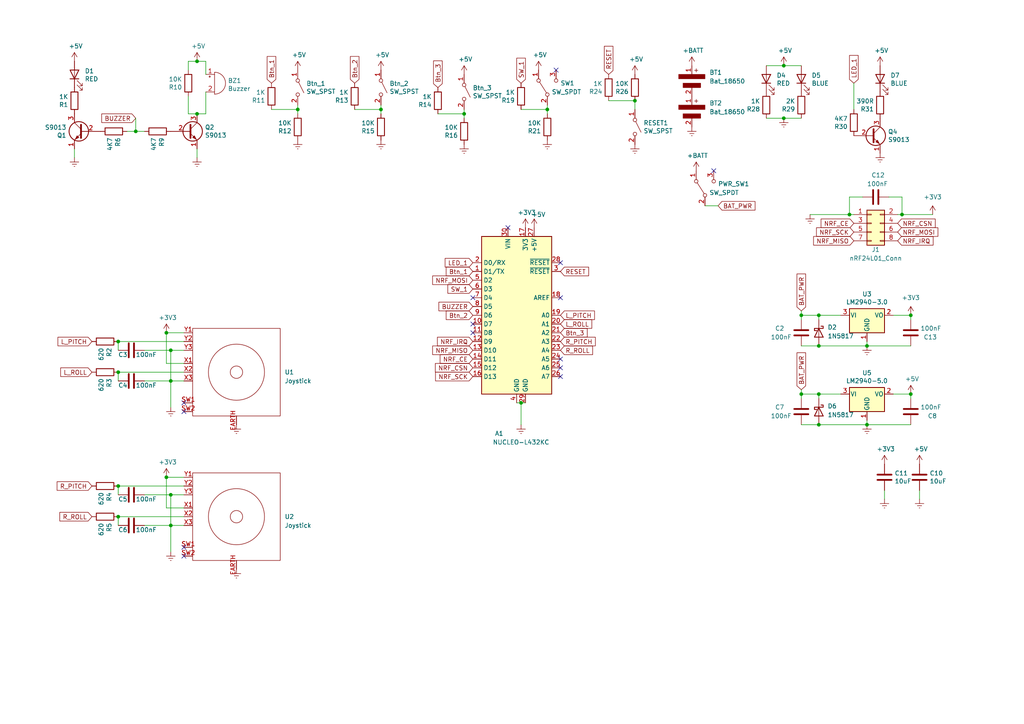
<source format=kicad_sch>
(kicad_sch (version 20211123) (generator eeschema)
  (paper "A4")
  (title_block (title "Project ORCA Controller") (date "2022-02-25") (rev "1.4") (company "Luke W"))
  (lib_symbols
    (symbol "Connector_Generic:Conn_02x04_Odd_Even" (pin_names (offset 1.016) hide)
      (property "Reference" "J" (at 1.27 5.08 0))
      (property "Value" "Conn_02x04_Odd_Even" (at 1.27 -7.62 0))
      (symbol "Conn_02x04_Odd_Even_1_1"
        (rectangle (start -1.27 -4.953) (end 0 -5.207) (stroke (width 0.1524)))
        (rectangle (start -1.27 -2.413) (end 0 -2.667) (stroke (width 0.1524)))
        (rectangle (start -1.27 0.127) (end 0 -0.127) (stroke (width 0.1524)))
        (rectangle (start -1.27 2.667) (end 0 2.413) (stroke (width 0.1524)))
        (rectangle (start -1.27 3.81) (end 3.81 -6.35) (stroke (width 0.254)) (fill (type background)))
        (rectangle (start 3.81 -4.953) (end 2.54 -5.207) (stroke (width 0.1524)))
        (rectangle (start 3.81 -2.413) (end 2.54 -2.667) (stroke (width 0.1524)))
        (rectangle (start 3.81 0.127) (end 2.54 -0.127) (stroke (width 0.1524)))
        (rectangle (start 3.81 2.667) (end 2.54 2.413) (stroke (width 0.1524)))
        (pin passive line (at -5.08 2.54 0) (length 3.81) (name "Pin_1") (number "1"))
        (pin passive line (at 7.62 2.54 180) (length 3.81) (name "Pin_2") (number "2"))
        (pin passive line (at -5.08 0 0) (length 3.81) (name "Pin_3") (number "3"))
        (pin passive line (at 7.62 0 180) (length 3.81) (name "Pin_4") (number "4"))
        (pin passive line (at -5.08 -2.54 0) (length 3.81) (name "Pin_5") (number "5"))
        (pin passive line (at 7.62 -2.54 180) (length 3.81) (name "Pin_6") (number "6"))
        (pin passive line (at -5.08 -5.08 0) (length 3.81) (name "Pin_7") (number "7"))
        (pin passive line (at 7.62 -5.08 180) (length 3.81) (name "Pin_8") (number "8"))
      )
    )
    (symbol "Device:Buzzer" (pin_names (offset 0.0254) hide)
      (property "Reference" "BZ" (at 3.81 1.27 0))
      (property "Value" "Buzzer" (at 3.81 -1.27 0))
      (symbol "Buzzer_0_1"
        (arc (start 0 -3.175) (mid 3.175 0) (end 0 3.175))
        (polyline (pts (xy -1.651 1.905) (xy -1.143 1.905)))
        (polyline (pts (xy -1.397 2.159) (xy -1.397 1.651)))
        (polyline (pts (xy 0 3.175) (xy 0 -3.175)))
      )
      (symbol "Buzzer_1_1"
        (pin passive line (at -2.54 2.54 0) (length 2.54) (name "-") (number "1"))
        (pin passive line (at -2.54 -2.54 0) (length 2.54) (name "+") (number "2"))
      )
    )
    (symbol "Device:C" (pin_numbers hide) (pin_names (offset 0.254))
      (property "Reference" "C" (at 0.635 2.54 0))
      (property "Value" "C" (at 0.635 -2.54 0))
      (symbol "C_0_1"
        (polyline (pts (xy -2.032 -0.762) (xy 2.032 -0.762)) (stroke (width 0.508)))
        (polyline (pts (xy -2.032 0.762) (xy 2.032 0.762)) (stroke (width 0.508)))
      )
      (symbol "C_1_1"
        (pin passive line (at 0 3.81 270) (length 2.794) (name "~") (number "1"))
        (pin passive line (at 0 -3.81 90) (length 2.794) (name "~") (number "2"))
      )
    )
    (symbol "Device:LED" (pin_numbers hide) (pin_names (offset 1.016) hide)
      (property "Reference" "D" (at 0 2.54 0))
      (property "Value" "LED" (at 0 -2.54 0))
      (symbol "LED_0_1"
        (polyline (pts (xy -1.27 -1.27) (xy -1.27 1.27)) (stroke (width 0.254)))
        (polyline (pts (xy -1.27 0) (xy 1.27 0)))
        (polyline (pts (xy 1.27 -1.27) (xy 1.27 1.27) (xy -1.27 0) (xy 1.27 -1.27)) (stroke (width 0.254)))
        (polyline (pts (xy -3.048 -0.762) (xy -4.572 -2.286) (xy -3.81 -2.286) (xy -4.572 -2.286) (xy -4.572 -1.524)))
        (polyline (pts (xy -1.778 -0.762) (xy -3.302 -2.286) (xy -2.54 -2.286) (xy -3.302 -2.286) (xy -3.302 -1.524)))
      )
      (symbol "LED_1_1"
        (pin passive line (at -3.81 0 0) (length 2.54) (name "K") (number "1"))
        (pin passive line (at 3.81 0 180) (length 2.54) (name "A") (number "2"))
      )
    )
    (symbol "Device:R" (pin_numbers hide) (pin_names (offset 0))
      (property "Reference" "R" (at 2.032 0 90))
      (property "Value" "R" (at 0 0 90))
      (symbol "R_0_1"
        (rectangle (start -1.016 -2.54) (end 1.016 2.54) (stroke (width 0.254)))
      )
      (symbol "R_1_1"
        (pin passive line (at 0 3.81 270) (length 1.27) (name "~") (number "1"))
        (pin passive line (at 0 -3.81 90) (length 1.27) (name "~") (number "2"))
      )
    )
    (symbol "Diode:1N5817" (pin_numbers hide) (pin_names (offset 1.016) hide)
      (property "Reference" "D" (at 0 2.54 0))
      (property "Value" "1N5817" (at 0 -2.54 0))
      (symbol "1N5817_0_1"
        (polyline (pts (xy 1.27 0) (xy -1.27 0)))
        (polyline (pts (xy 1.27 1.27) (xy 1.27 -1.27) (xy -1.27 0) (xy 1.27 1.27)) (stroke (width 0.254)))
        (polyline (pts (xy -1.905 0.635) (xy -1.905 1.27) (xy -1.27 1.27) (xy -1.27 -1.27) (xy -0.635 -1.27) (xy -0.635 -0.635)) (stroke (width 0.254)))
      )
      (symbol "1N5817_1_1"
        (pin passive line (at -3.81 0 0) (length 2.54) (name "K") (number "1"))
        (pin passive line (at 3.81 0 180) (length 2.54) (name "A") (number "2"))
      )
    )
    (symbol "Joystick_1"
      (property "Reference" "U?" (at 0 1.27 0))
      (property "Value" "Joystick_1" (at 0 -1.27 0))
      (symbol "Joystick_1_0_1"
        (rectangle (start -12.7 -3.81) (end 12.7 -29.21))
        (circle (center 0 -16.51) (radius 1.7961))
        (circle (center 0 -16.51) (radius 8.132))
      )
      (symbol "Joystick_1_1_1"
        (pin passive line (at 0 -29.21 270) (length 2.54) (name "") (number "EARTH"))
        (pin bidirectional line (at -15.24 -25.4 0) (length 2.54) (name "") (number "SW1"))
        (pin bidirectional line (at -15.24 -27.94 0) (length 2.54) (name "") (number "SW2"))
        (pin bidirectional line (at -15.24 -13.97 0) (length 2.54) (name "") (number "X1"))
        (pin bidirectional line (at -15.24 -16.51 0) (length 2.54) (name "") (number "X2"))
        (pin bidirectional line (at -15.24 -19.05 0) (length 2.54) (name "") (number "X3"))
        (pin bidirectional line (at -15.24 -5.08 0) (length 2.54) (name "") (number "Y1"))
        (pin bidirectional line (at -15.24 -7.62 0) (length 2.54) (name "") (number "Y2"))
        (pin bidirectional line (at -15.24 -10.16 0) (length 2.54) (name "") (number "Y3"))
      )
    )
    (symbol "MCU_Module:Arduino_Nano_v2.x"
      (property "Reference" "A" (at -10.16 23.495 0))
      (property "Value" "Arduino_Nano_v2.x" (at 5.08 -24.13 0))
      (symbol "Arduino_Nano_v2.x_0_1"
        (rectangle (start -10.16 22.86) (end 10.16 -22.86) (stroke (width 0.254)) (fill (type background)))
      )
      (symbol "Arduino_Nano_v2.x_1_1"
        (pin bidirectional line (at -12.7 12.7 0) (length 2.54) (name "D1/TX") (number "1"))
        (pin bidirectional line (at -12.7 -2.54 0) (length 2.54) (name "D7") (number "10"))
        (pin bidirectional line (at -12.7 -5.08 0) (length 2.54) (name "D8") (number "11"))
        (pin bidirectional line (at -12.7 -7.62 0) (length 2.54) (name "D9") (number "12"))
        (pin bidirectional line (at -12.7 -10.16 0) (length 2.54) (name "D10") (number "13"))
        (pin bidirectional line (at -12.7 -12.7 0) (length 2.54) (name "D11") (number "14"))
        (pin bidirectional line (at -12.7 -15.24 0) (length 2.54) (name "D12") (number "15"))
        (pin bidirectional line (at -12.7 -17.78 0) (length 2.54) (name "D13") (number "16"))
        (pin power_out line (at 2.54 25.4 270) (length 2.54) (name "3V3") (number "17"))
        (pin input line (at 12.7 5.08 180) (length 2.54) (name "AREF") (number "18"))
        (pin bidirectional line (at 12.7 0 180) (length 2.54) (name "A0") (number "19"))
        (pin bidirectional line (at -12.7 15.24 0) (length 2.54) (name "D0/RX") (number "2"))
        (pin bidirectional line (at 12.7 -2.54 180) (length 2.54) (name "A1") (number "20"))
        (pin bidirectional line (at 12.7 -5.08 180) (length 2.54) (name "A2") (number "21"))
        (pin bidirectional line (at 12.7 -7.62 180) (length 2.54) (name "A3") (number "22"))
        (pin bidirectional line (at 12.7 -10.16 180) (length 2.54) (name "A4") (number "23"))
        (pin bidirectional line (at 12.7 -12.7 180) (length 2.54) (name "A5") (number "24"))
        (pin bidirectional line (at 12.7 -15.24 180) (length 2.54) (name "A6") (number "25"))
        (pin bidirectional line (at 12.7 -17.78 180) (length 2.54) (name "A7") (number "26"))
        (pin power_out line (at 5.08 25.4 270) (length 2.54) (name "+5V") (number "27"))
        (pin input line (at 12.7 15.24 180) (length 2.54) (name "~{RESET}") (number "28"))
        (pin power_in line (at 2.54 -25.4 90) (length 2.54) (name "GND") (number "29"))
        (pin input line (at 12.7 12.7 180) (length 2.54) (name "~{RESET}") (number "3"))
        (pin power_in line (at -2.54 25.4 270) (length 2.54) (name "VIN") (number "30"))
        (pin power_in line (at 0 -25.4 90) (length 2.54) (name "GND") (number "4"))
        (pin bidirectional line (at -12.7 10.16 0) (length 2.54) (name "D2") (number "5"))
        (pin bidirectional line (at -12.7 7.62 0) (length 2.54) (name "D3") (number "6"))
        (pin bidirectional line (at -12.7 5.08 0) (length 2.54) (name "D4") (number "7"))
        (pin bidirectional line (at -12.7 2.54 0) (length 2.54) (name "D5") (number "8"))
        (pin bidirectional line (at -12.7 0 0) (length 2.54) (name "D6") (number "9"))
      )
    )
    (symbol "My_Library.lib:Bat_18650"
      (property "Reference" "BT?" (at 0 -2.54 0))
      (property "Value" "Bat_18650" (at 0 0 0))
      (symbol "Bat_18650_0_0"
        (text "+" (at 1.27 -12.7 0) (effects (font (size 1.27 1.27))))
      )
      (symbol "Bat_18650_0_1"
        (rectangle (start -3.81 -13.97) (end 3.81 -15.24) (fill (type outline)))
        (rectangle (start -2.54 -16.51) (end 2.54 -17.78) (fill (type outline)))
      )
      (symbol "Bat_18650_1_1"
        (pin passive line (at 0 -11.43 270) (length 2.54) (name "") (number "1"))
        (pin passive line (at 0 -20.32 90) (length 2.54) (name "") (number "2"))
      )
    )
    (symbol "My_Library.lib:Joystick"
      (property "Reference" "U?" (at 0 1.27 0))
      (property "Value" "Joystick" (at 0 -1.27 0))
      (symbol "Joystick_0_1"
        (rectangle (start -12.7 -3.81) (end 12.7 -29.21))
        (circle (center 0 -16.51) (radius 1.7961))
        (circle (center 0 -16.51) (radius 8.132))
      )
      (symbol "Joystick_1_1"
        (pin passive line (at 0 -29.21 270) (length 2.54) (name "") (number "EARTH"))
        (pin bidirectional line (at -15.24 -25.4 0) (length 2.54) (name "") (number "SW1"))
        (pin bidirectional line (at -15.24 -27.94 0) (length 2.54) (name "") (number "SW2"))
        (pin bidirectional line (at -15.24 -13.97 0) (length 2.54) (name "") (number "X1"))
        (pin bidirectional line (at -15.24 -16.51 0) (length 2.54) (name "") (number "X2"))
        (pin bidirectional line (at -15.24 -19.05 0) (length 2.54) (name "") (number "X3"))
        (pin bidirectional line (at -15.24 -5.08 0) (length 2.54) (name "") (number "Y1"))
        (pin bidirectional line (at -15.24 -7.62 0) (length 2.54) (name "") (number "Y2"))
        (pin bidirectional line (at -15.24 -10.16 0) (length 2.54) (name "") (number "Y3"))
      )
    )
    (symbol "Regulator_Linear:LM1117-5.0" (pin_names (offset 0.254))
      (property "Reference" "U" (at -3.81 3.175 0))
      (property "Value" "LM1117-5.0" (at 0 3.175 0))
      (symbol "LM1117-5.0_0_1"
        (rectangle (start -5.08 -5.08) (end 5.08 1.905) (stroke (width 0.254)) (fill (type background)))
      )
      (symbol "LM1117-5.0_1_1"
        (pin power_in line (at 0 -7.62 90) (length 2.54) (name "GND") (number "1"))
        (pin power_out line (at 7.62 0 180) (length 2.54) (name "VO") (number "2"))
        (pin power_in line (at -7.62 0 0) (length 2.54) (name "VI") (number "3"))
      )
    )
    (symbol "Switch:SW_SPDT" (pin_names (offset 0) hide)
      (property "Reference" "SW" (at 0 4.318 0))
      (property "Value" "SW_SPDT" (at 0 -5.08 0))
      (symbol "SW_SPDT_0_0"
        (circle (center -2.032 0) (radius 0.508))
        (circle (center 2.032 -2.54) (radius 0.508))
      )
      (symbol "SW_SPDT_0_1"
        (polyline (pts (xy -1.524 0.254) (xy 1.651 2.286)))
        (circle (center 2.032 2.54) (radius 0.508))
      )
      (symbol "SW_SPDT_1_1"
        (pin passive line (at 5.08 2.54 180) (length 2.54) (name "A") (number "1"))
        (pin passive line (at -5.08 0 0) (length 2.54) (name "B") (number "2"))
        (pin passive line (at 5.08 -2.54 180) (length 2.54) (name "C") (number "3"))
      )
    )
    (symbol "Switch:SW_SPST" (pin_names (offset 0) hide)
      (property "Reference" "SW" (at 0 3.175 0))
      (property "Value" "SW_SPST" (at 0 -2.54 0))
      (symbol "SW_SPST_0_0"
        (circle (center -2.032 0) (radius 0.508))
        (polyline (pts (xy -1.524 0.254) (xy 1.524 1.778)))
        (circle (center 2.032 0) (radius 0.508))
      )
      (symbol "SW_SPST_1_1"
        (pin passive line (at -5.08 0 0) (length 2.54) (name "A") (number "1"))
        (pin passive line (at 5.08 0 180) (length 2.54) (name "B") (number "2"))
      )
    )
    (symbol "Transistor_BJT:2N2219" (pin_names (offset 0) hide)
      (property "Reference" "Q" (at 5.08 1.905 0))
      (property "Value" "2N2219" (at 5.08 0 0))
      (symbol "2N2219_0_1"
        (polyline (pts (xy 0.635 0.635) (xy 2.54 2.54)))
        (polyline (pts (xy 0.635 -0.635) (xy 2.54 -2.54) (xy 2.54 -2.54)))
        (polyline (pts (xy 0.635 1.905) (xy 0.635 -1.905) (xy 0.635 -1.905)) (stroke (width 0.508)))
        (polyline (pts (xy 1.27 -1.778) (xy 1.778 -1.27) (xy 2.286 -2.286) (xy 1.27 -1.778) (xy 1.27 -1.778)) (fill (type outline)))
        (circle (center 1.27 0) (radius 2.8194) (stroke (width 0.254)))
      )
      (symbol "2N2219_1_1"
        (pin passive line (at 2.54 -5.08 90) (length 2.54) (name "E") (number "1"))
        (pin passive line (at -5.08 0 0) (length 5.715) (name "B") (number "2"))
        (pin passive line (at 2.54 5.08 270) (length 2.54) (name "C") (number "3"))
      )
    )
    (symbol "power:+3.3V" (power) (pin_names (offset 0))
      (property "Value" "+3.3V" (at 0 3.556 0))
      (symbol "+3.3V_0_1"
        (polyline (pts (xy -0.762 1.27) (xy 0 2.54)))
        (polyline (pts (xy 0 0) (xy 0 2.54)))
        (polyline (pts (xy 0 2.54) (xy 0.762 1.27)))
      )
      (symbol "+3.3V_1_1"
        (pin power_in line (at 0 0 90) (length 0) hide (name "+3V3") (number "1"))
      )
    )
    (symbol "power:+3V3" (power) (pin_names (offset 0))
      (property "Value" "+3V3" (at 0 3.556 0))
      (symbol "+3V3_0_1"
        (polyline (pts (xy -0.762 1.27) (xy 0 2.54)))
        (polyline (pts (xy 0 0) (xy 0 2.54)))
        (polyline (pts (xy 0 2.54) (xy 0.762 1.27)))
      )
      (symbol "+3V3_1_1"
        (pin power_in line (at 0 0 90) (length 0) hide (name "+3V3") (number "1"))
      )
    )
    (symbol "power:+5V" (power) (pin_names (offset 0))
      (property "Value" "+5V" (at 0 3.556 0))
      (symbol "+5V_0_1"
        (polyline (pts (xy -0.762 1.27) (xy 0 2.54)))
        (polyline (pts (xy 0 0) (xy 0 2.54)))
        (polyline (pts (xy 0 2.54) (xy 0.762 1.27)))
      )
      (symbol "+5V_1_1"
        (pin power_in line (at 0 0 90) (length 0) hide (name "+5V") (number "1"))
      )
    )
    (symbol "power:+BATT" (power) (pin_names (offset 0))
      (property "Value" "+BATT" (at 0 3.556 0))
      (symbol "+BATT_0_1"
        (polyline (pts (xy -0.762 1.27) (xy 0 2.54)))
        (polyline (pts (xy 0 0) (xy 0 2.54)))
        (polyline (pts (xy 0 2.54) (xy 0.762 1.27)))
      )
      (symbol "+BATT_1_1"
        (pin power_in line (at 0 0 90) (length 0) hide (name "+BATT") (number "1"))
      )
    )
    (symbol "power:Earth" (power) (pin_names (offset 0))
      (symbol "Earth_0_1"
        (polyline (pts (xy -0.635 -1.905) (xy 0.635 -1.905)))
        (polyline (pts (xy -0.127 -2.54) (xy 0.127 -2.54)))
        (polyline (pts (xy 0 -1.27) (xy 0 0)))
        (polyline (pts (xy 1.27 -1.27) (xy -1.27 -1.27)))
      )
      (symbol "Earth_1_1"
        (pin power_in line (at 0 0 270) (length 0) hide (name "Earth") (number "1"))
      )
    )
  )
  (junction (at 57.15 17.78))
  (junction (at 34.29 149.86))
  (junction (at 237.49 91.44))
  (junction (at 49.53 110.49))
  (junction (at 49.53 152.4))
  (junction (at 49.53 143.51))
  (junction (at 48.26 138.43))
  (junction (at 39.37 38.1))
  (junction (at 86.36 31.75))
  (junction (at 48.26 96.52))
  (junction (at 151.13 116.84))
  (junction (at 237.49 100.33))
  (junction (at 34.29 99.06))
  (junction (at 34.29 140.97))
  (junction (at 49.53 101.6))
  (junction (at 237.49 123.19))
  (junction (at 237.49 114.3))
  (junction (at 227.33 34.29))
  (junction (at 227.33 19.05))
  (junction (at 264.16 114.3))
  (junction (at 158.75 31.75))
  (junction (at 184.15 29.21))
  (junction (at 264.16 91.44))
  (junction (at 251.46 123.19))
  (junction (at 251.46 100.33))
  (junction (at 232.41 91.44))
  (junction (at 110.49 31.75))
  (junction (at 57.15 33.02))
  (junction (at 261.62 62.23))
  (junction (at 34.29 107.95))
  (junction (at 246.38 62.23))
  (junction (at 232.41 114.3))
  (junction (at 134.62 33.02))
  (no_connect (at 53.34 158.75))
  (no_connect (at 53.34 116.84))
  (no_connect (at 147.32 66.04))
  (no_connect (at 162.56 109.22))
  (no_connect (at 161.29 20.32))
  (no_connect (at 162.56 86.36))
  (no_connect (at 137.16 86.36))
  (no_connect (at 137.16 96.52))
  (no_connect (at 137.16 93.98))
  (no_connect (at 162.56 106.68))
  (no_connect (at 207.01 49.53))
  (no_connect (at 162.56 76.2))
  (no_connect (at 162.56 104.14))
  (no_connect (at 53.34 161.29))
  (no_connect (at 53.34 119.38))
  (wire (pts (xy 264.16 100.33) (xy 251.46 100.33)))
  (wire (pts (xy 232.41 114.3) (xy 237.49 114.3)))
  (wire (pts (xy 57.15 43.18) (xy 57.15 45.72)))
  (wire (pts (xy 134.62 33.02) (xy 134.62 34.29)))
  (wire (pts (xy 34.29 149.86) (xy 53.34 149.86)))
  (wire (pts (xy 49.53 143.51) (xy 53.34 143.51)))
  (wire (pts (xy 127 33.02) (xy 134.62 33.02)))
  (wire (pts (xy 36.83 38.1) (xy 39.37 38.1)))
  (wire (pts (xy 261.62 62.23) (xy 270.51 62.23)))
  (wire (pts (xy 246.38 62.23) (xy 246.38 57.15)))
  (wire (pts (xy 49.53 152.4) (xy 49.53 143.51)))
  (wire (pts (xy 57.15 33.02) (xy 54.61 33.02)))
  (wire (pts (xy 266.7 142.24) (xy 266.7 144.78)))
  (wire (pts (xy 57.15 33.02) (xy 59.69 33.02)))
  (wire (pts (xy 48.26 147.32) (xy 48.26 138.43)))
  (wire (pts (xy 247.65 24.13) (xy 247.65 31.75)))
  (wire (pts (xy 110.49 30.48) (xy 110.49 31.75)))
  (wire (pts (xy 41.91 152.4) (xy 49.53 152.4)))
  (wire (pts (xy 54.61 33.02) (xy 54.61 27.94)))
  (wire (pts (xy 158.75 30.48) (xy 158.75 31.75)))
  (wire (pts (xy 49.53 101.6) (xy 53.34 101.6)))
  (wire (pts (xy 246.38 62.23) (xy 234.95 62.23)))
  (wire (pts (xy 232.41 91.44) (xy 237.49 91.44)))
  (wire (pts (xy 237.49 91.44) (xy 237.49 92.71)))
  (wire (pts (xy 49.53 160.02) (xy 49.53 152.4)))
  (wire (pts (xy 34.29 99.06) (xy 53.34 99.06)))
  (wire (pts (xy 151.13 116.84) (xy 151.13 123.19)))
  (wire (pts (xy 232.41 113.03) (xy 232.41 114.3)))
  (wire (pts (xy 222.25 34.29) (xy 227.33 34.29)))
  (wire (pts (xy 232.41 90.17) (xy 232.41 91.44)))
  (wire (pts (xy 264.16 91.44) (xy 264.16 92.71)))
  (wire (pts (xy 251.46 99.06) (xy 251.46 100.33)))
  (wire (pts (xy 158.75 31.75) (xy 158.75 33.02)))
  (wire (pts (xy 39.37 38.1) (xy 41.91 38.1)))
  (wire (pts (xy 204.47 59.69) (xy 208.28 59.69)))
  (wire (pts (xy 59.69 17.78) (xy 59.69 21.59)))
  (wire (pts (xy 237.49 91.44) (xy 243.84 91.44)))
  (wire (pts (xy 264.16 123.19) (xy 251.46 123.19)))
  (wire (pts (xy 232.41 114.3) (xy 232.41 115.57)))
  (wire (pts (xy 86.36 31.75) (xy 86.36 33.02)))
  (wire (pts (xy 184.15 29.21) (xy 184.15 31.75)))
  (wire (pts (xy 149.86 116.84) (xy 151.13 116.84)))
  (wire (pts (xy 49.53 118.11) (xy 49.53 110.49)))
  (wire (pts (xy 260.35 62.23) (xy 261.62 62.23)))
  (wire (pts (xy 227.33 19.05) (xy 232.41 19.05)))
  (wire (pts (xy 41.91 143.51) (xy 49.53 143.51)))
  (wire (pts (xy 251.46 121.92) (xy 251.46 123.19)))
  (wire (pts (xy 49.53 110.49) (xy 53.34 110.49)))
  (wire (pts (xy 237.49 114.3) (xy 243.84 114.3)))
  (wire (pts (xy 259.08 91.44) (xy 264.16 91.44)))
  (wire (pts (xy 237.49 123.19) (xy 251.46 123.19)))
  (wire (pts (xy 261.62 57.15) (xy 261.62 62.23)))
  (wire (pts (xy 48.26 96.52) (xy 53.34 96.52)))
  (wire (pts (xy 247.65 62.23) (xy 246.38 62.23)))
  (wire (pts (xy 41.91 101.6) (xy 49.53 101.6)))
  (wire (pts (xy 86.36 30.48) (xy 86.36 31.75)))
  (wire (pts (xy 232.41 100.33) (xy 237.49 100.33)))
  (wire (pts (xy 227.33 34.29) (xy 232.41 34.29)))
  (wire (pts (xy 59.69 33.02) (xy 59.69 26.67)))
  (wire (pts (xy 237.49 114.3) (xy 237.49 115.57)))
  (wire (pts (xy 222.25 19.05) (xy 227.33 19.05)))
  (wire (pts (xy 48.26 105.41) (xy 53.34 105.41)))
  (wire (pts (xy 237.49 100.33) (xy 251.46 100.33)))
  (wire (pts (xy 232.41 91.44) (xy 232.41 92.71)))
  (wire (pts (xy 34.29 110.49) (xy 34.29 107.95)))
  (wire (pts (xy 102.87 31.75) (xy 110.49 31.75)))
  (wire (pts (xy 34.29 143.51) (xy 34.29 140.97)))
  (wire (pts (xy 57.15 17.78) (xy 59.69 17.78)))
  (wire (pts (xy 264.16 114.3) (xy 264.16 115.57)))
  (wire (pts (xy 54.61 17.78) (xy 57.15 17.78)))
  (wire (pts (xy 48.26 147.32) (xy 53.34 147.32)))
  (wire (pts (xy 257.81 57.15) (xy 261.62 57.15)))
  (wire (pts (xy 48.26 138.43) (xy 53.34 138.43)))
  (wire (pts (xy 151.13 31.75) (xy 158.75 31.75)))
  (wire (pts (xy 34.29 101.6) (xy 34.29 99.06)))
  (wire (pts (xy 246.38 57.15) (xy 250.19 57.15)))
  (wire (pts (xy 54.61 20.32) (xy 54.61 17.78)))
  (wire (pts (xy 110.49 31.75) (xy 110.49 33.02)))
  (wire (pts (xy 176.53 29.21) (xy 184.15 29.21)))
  (wire (pts (xy 259.08 114.3) (xy 264.16 114.3)))
  (wire (pts (xy 34.29 152.4) (xy 34.29 149.86)))
  (wire (pts (xy 49.53 110.49) (xy 49.53 101.6)))
  (wire (pts (xy 34.29 107.95) (xy 53.34 107.95)))
  (wire (pts (xy 256.54 142.24) (xy 256.54 144.78)))
  (wire (pts (xy 78.74 31.75) (xy 86.36 31.75)))
  (wire (pts (xy 39.37 34.29) (xy 39.37 38.1)))
  (wire (pts (xy 134.62 31.75) (xy 134.62 33.02)))
  (wire (pts (xy 41.91 110.49) (xy 49.53 110.49)))
  (wire (pts (xy 151.13 116.84) (xy 152.4 116.84)))
  (wire (pts (xy 48.26 105.41) (xy 48.26 96.52)))
  (wire (pts (xy 34.29 140.97) (xy 53.34 140.97)))
  (wire (pts (xy 232.41 123.19) (xy 237.49 123.19)))
  (wire (pts (xy 49.53 152.4) (xy 53.34 152.4)))
  (wire (pts (xy 21.59 43.18) (xy 21.59 45.72)))
  (global_label "R_PITCH" (shape input) (at 26.67 140.97 180) (property "Intersheet References" "${INTERSHEET_REFS}" (effects hide)))
  (global_label "NRF_CE" (shape input) (at 137.16 104.14 180) (property "Intersheet References" "${INTERSHEET_REFS}" (effects hide)))
  (global_label "Btn_1" (shape input) (at 78.74 24.13 90) (property "Intersheet References" "${INTERSHEET_REFS}" (effects hide)))
  (global_label "L_PITCH" (shape input) (at 26.67 99.06 180) (property "Intersheet References" "${INTERSHEET_REFS}" (effects hide)))
  (global_label "NRF_IRQ" (shape input) (at 260.35 69.85 0) (property "Intersheet References" "${INTERSHEET_REFS}" (effects hide)))
  (global_label "Btn_2" (shape input) (at 102.87 24.13 90) (property "Intersheet References" "${INTERSHEET_REFS}" (effects hide)))
  (global_label "R_ROLL" (shape input) (at 26.67 149.86 180) (property "Intersheet References" "${INTERSHEET_REFS}" (effects hide)))
  (global_label "Btn_3" (shape input) (at 127 25.4 90) (property "Intersheet References" "${INTERSHEET_REFS}" (effects hide)))
  (global_label "R_ROLL" (shape input) (at 162.56 101.6 0) (property "Intersheet References" "${INTERSHEET_REFS}" (effects hide)))
  (global_label "LED_1" (shape input) (at 137.16 76.2 180) (property "Intersheet References" "${INTERSHEET_REFS}" (effects hide)))
  (global_label "NRF_CSN" (shape input) (at 137.16 106.68 180) (property "Intersheet References" "${INTERSHEET_REFS}" (effects hide)))
  (global_label "RESET" (shape input) (at 162.56 78.74 0) (property "Intersheet References" "${INTERSHEET_REFS}" (effects hide)))
  (global_label "NRF_CE" (shape input) (at 247.65 64.77 180) (property "Intersheet References" "${INTERSHEET_REFS}" (effects hide)))
  (global_label "NRF_CSN" (shape input) (at 260.35 64.77 0) (property "Intersheet References" "${INTERSHEET_REFS}" (effects hide)))
  (global_label "BUZZER" (shape input) (at 39.37 34.29 180) (property "Intersheet References" "${INTERSHEET_REFS}" (effects hide)))
  (global_label "NRF_MOSI" (shape input) (at 137.16 81.28 180) (property "Intersheet References" "${INTERSHEET_REFS}" (effects hide)))
  (global_label "BAT_PWR" (shape input) (at 232.41 90.17 90) (property "Intersheet References" "${INTERSHEET_REFS}" (effects hide)))
  (global_label "BAT_PWR" (shape input) (at 208.28 59.69 0) (property "Intersheet References" "${INTERSHEET_REFS}" (effects hide)))
  (global_label "BAT_PWR" (shape input) (at 232.41 113.03 90) (property "Intersheet References" "${INTERSHEET_REFS}" (effects hide)))
  (global_label "Btn_2" (shape input) (at 137.16 91.44 180) (property "Intersheet References" "${INTERSHEET_REFS}" (effects hide)))
  (global_label "RESET" (shape input) (at 176.53 21.59 90) (property "Intersheet References" "${INTERSHEET_REFS}" (effects hide)))
  (global_label "NRF_SCK" (shape input) (at 137.16 109.22 180) (property "Intersheet References" "${INTERSHEET_REFS}" (effects hide)))
  (global_label "L_ROLL" (shape input) (at 162.56 93.98 0) (property "Intersheet References" "${INTERSHEET_REFS}" (effects hide)))
  (global_label "NRF_SCK" (shape input) (at 247.65 67.31 180) (property "Intersheet References" "${INTERSHEET_REFS}" (effects hide)))
  (global_label "Btn_1" (shape input) (at 137.16 78.74 180) (property "Intersheet References" "${INTERSHEET_REFS}" (effects hide)))
  (global_label "R_PITCH" (shape input) (at 162.56 99.06 0) (property "Intersheet References" "${INTERSHEET_REFS}" (effects hide)))
  (global_label "L_ROLL" (shape input) (at 26.67 107.95 180) (property "Intersheet References" "${INTERSHEET_REFS}" (effects hide)))
  (global_label "NRF_MOSI" (shape input) (at 260.35 67.31 0) (property "Intersheet References" "${INTERSHEET_REFS}" (effects hide)))
  (global_label "BUZZER" (shape input) (at 137.16 88.9 180) (property "Intersheet References" "${INTERSHEET_REFS}" (effects hide)))
  (global_label "SW_1" (shape input) (at 151.13 24.13 90) (property "Intersheet References" "${INTERSHEET_REFS}" (effects hide)))
  (global_label "L_PITCH" (shape input) (at 162.56 91.44 0) (property "Intersheet References" "${INTERSHEET_REFS}" (effects hide)))
  (global_label "NRF_MISO" (shape input) (at 247.65 69.85 180) (property "Intersheet References" "${INTERSHEET_REFS}" (effects hide)))
  (global_label "Btn_3" (shape input) (at 162.56 96.52 0) (property "Intersheet References" "${INTERSHEET_REFS}" (effects hide)))
  (global_label "LED_1" (shape input) (at 247.65 24.13 90) (property "Intersheet References" "${INTERSHEET_REFS}" (effects hide)))
  (global_label "NRF_MISO" (shape input) (at 137.16 101.6 180) (property "Intersheet References" "${INTERSHEET_REFS}" (effects hide)))
  (global_label "NRF_IRQ" (shape input) (at 137.16 99.06 180) (property "Intersheet References" "${INTERSHEET_REFS}" (effects hide)))
  (global_label "SW_1" (shape input) (at 137.16 83.82 180) (property "Intersheet References" "${INTERSHEET_REFS}" (effects hide)))
  (symbol (lib_id "Device:LED") (at 21.59 21.59 90) (unit 1)
    (property "Reference" "D1" (at 24.5872 20.5994 90) (effects (justify right)))
    (property "Value" "RED" (at 24.5872 22.9108 90) (effects (justify right)))
    (property "Footprint" "LED_SMD:LED_0603_1608Metric" (effects hide))
  )
  (symbol (lib_id "Transistor_BJT:2N2219") (at 24.13 38.1 0) (mirror y) (unit 1)
    (property "Reference" "Q1" (at 19.2786 39.2684 0) (effects (justify left)))
    (property "Value" "S9013" (at 19.2786 36.957 0) (effects (justify left)))
    (property "Footprint" "Package_TO_SOT_SMD:SOT-23" (effects hide))
    (property "Datasheet" "http://www.onsemi.com/pub_link/Collateral/2N2219-D.PDF" (effects hide))
  )
  (symbol (lib_id "power:Earth") (at 21.59 45.72 0) (unit 1)
    (property "Reference" "#PWR0101" (effects hide))
    (property "Value" "Earth" (effects hide))
  )
  (symbol (lib_id "Transistor_BJT:2N2219") (at 54.61 38.1 0) (unit 1)
    (property "Reference" "Q2" (at 59.436 36.9316 0) (effects (justify left)))
    (property "Value" "S9013" (at 59.436 39.243 0) (effects (justify left)))
    (property "Footprint" "Package_TO_SOT_SMD:SOT-23" (effects hide))
    (property "Datasheet" "http://www.onsemi.com/pub_link/Collateral/2N2219-D.PDF" (effects hide))
  )
  (symbol (lib_id "power:Earth") (at 57.15 45.72 0) (unit 1)
    (property "Reference" "#PWR0102" (effects hide))
    (property "Value" "Earth" (effects hide))
  )
  (symbol (lib_id "Device:R") (at 54.61 24.13 180) (unit 1)
    (property "Reference" "R10" (at 52.832 25.2984 0) (effects (justify left)))
    (property "Value" "10K" (at 52.832 22.987 0) (effects (justify left)))
    (property "Footprint" "Resistor_SMD:R_0603_1608Metric" (effects hide))
  )
  (symbol (lib_id "Device:Buzzer") (at 62.23 24.13 0) (unit 1)
    (property "Reference" "BZ1" (at 66.0908 23.3934 0) (effects (justify left)))
    (property "Value" "Buzzer" (at 66.0908 25.7048 0) (effects (justify left)))
    (property "Footprint" "My_library:Buzzer" (effects hide))
  )
  (symbol (lib_id "power:+BATT") (at 200.66 19.05 0) (unit 1)
    (property "Reference" "#PWR0153" (effects hide))
    (property "Value" "+BATT" (at 201.041 14.6558 0))
  )
  (symbol (lib_id "power:Earth") (at 251.46 123.19 0) (unit 1)
    (property "Reference" "#PWR0143" (effects hide))
    (property "Value" "Earth" (effects hide))
  )
  (symbol (lib_id "power:+5V") (at 154.94 66.04 0) (unit 1)
    (property "Reference" "#PWR0123" (effects hide))
    (property "Value" "+5V" (at 156.21 62.23 0))
  )
  (symbol (lib_id "power:+5V") (at 227.33 19.05 0) (unit 1)
    (property "Reference" "#PWR0133" (effects hide))
    (property "Value" "+5V" (at 227.711 14.6558 0))
  )
  (symbol (lib_id "power:+5V") (at 156.21 20.32 0) (unit 1)
    (property "Reference" "#PWR0110" (effects hide))
    (property "Value" "+5V" (at 156.591 15.9258 0))
  )
  (symbol (lib_id "power:+5V") (at 110.49 20.32 0) (unit 1)
    (property "Reference" "#PWR0113" (effects hide))
    (property "Value" "+5V" (at 110.871 15.9258 0))
  )
  (symbol (lib_id "power:+5V") (at 86.36 20.32 0) (unit 1)
    (property "Reference" "#PWR0112" (effects hide))
    (property "Value" "+5V" (at 86.741 15.9258 0))
  )
  (symbol (lib_id "power:+5V") (at 57.15 17.78 0) (unit 1)
    (property "Reference" "#PWR0105" (effects hide))
    (property "Value" "+5V" (at 57.531 13.3858 0))
  )
  (symbol (lib_id "power:+5V") (at 21.59 17.78 0) (unit 1)
    (property "Reference" "#PWR0104" (effects hide))
    (property "Value" "+5V" (at 21.971 13.3858 0))
  )
  (symbol (lib_id "power:+3.3V") (at 152.4 66.04 0) (unit 1)
    (property "Reference" "#PWR0124" (effects hide))
    (property "Value" "+3.3V" (at 152.781 61.6458 0))
  )
  (symbol (lib_id "power:+5V") (at 255.27 19.05 0) (unit 1)
    (property "Reference" "#PWR0141" (effects hide))
    (property "Value" "+5V" (at 255.651 14.6558 0))
  )
  (symbol (lib_id "power:Earth") (at 255.27 44.45 0) (unit 1)
    (property "Reference" "#PWR0142" (effects hide))
    (property "Value" "Earth" (effects hide))
  )
  (symbol (lib_id "Transistor_BJT:2N2219") (at 252.73 39.37 0) (unit 1)
    (property "Reference" "Q4" (at 257.556 38.2016 0) (effects (justify left)))
    (property "Value" "S9013" (at 257.556 40.513 0) (effects (justify left)))
    (property "Footprint" "Package_TO_SOT_SMD:SOT-23" (effects hide))
    (property "Datasheet" "http://www.onsemi.com/pub_link/Collateral/2N2219-D.PDF" (effects hide))
  )
  (symbol (lib_id "Switch:SW_SPST") (at 184.15 36.83 270) (unit 1)
    (property "Reference" "RESET1" (at 186.6392 35.6616 90) (effects (justify left)))
    (property "Value" "SW_SPST" (at 186.6392 37.973 90) (effects (justify left)))
    (property "Footprint" "Button_Switch_SMD:SW_Push_1P1T_NO_6x6mm_H9.5mm" (effects hide))
  )
  (symbol (lib_id "power:Earth") (at 184.15 41.91 0) (unit 1)
    (property "Reference" "#PWR0147" (effects hide))
    (property "Value" "Earth" (effects hide))
  )
  (symbol (lib_id "power:+5V") (at 184.15 21.59 0) (unit 1)
    (property "Reference" "#PWR0151" (effects hide))
    (property "Value" "+5V" (at 184.531 17.1958 0))
  )
  (symbol (lib_id "Regulator_Linear:LM1117-5.0") (at 251.46 114.3 0) (unit 1)
    (property "Reference" "U5" (at 251.46 108.1532 0))
    (property "Value" "LM2940-5.0" (at 251.46 110.4646 0))
    (property "Footprint" "Package_TO_SOT_SMD:SOT-223" (effects hide))
    (property "Datasheet" "https://www.ti.com/lit/ds/symlink/lm2940-n.pdf?HQS=dis-mous-null-mousermode-dsf-pf-null-wwe&ts=1644936500745&ref_url=https%253A%252F%252Fwww.mouser.es%252F" (effects hide))
  )
  (symbol (lib_id "power:Earth") (at 200.66 36.83 0) (unit 1)
    (property "Reference" "#PWR0152" (effects hide))
    (property "Value" "Earth" (effects hide))
  )
  (symbol (lib_id "Device:C") (at 232.41 119.38 0) (unit 1)
    (property "Reference" "C7" (at 224.79 118.11 0) (effects (justify left)))
    (property "Value" "100nF" (at 223.52 120.65 0) (effects (justify left)))
    (property "Footprint" "Capacitor_SMD:C_0603_1608Metric" (effects hide))
  )
  (symbol (lib_id "power:+5V") (at 264.16 114.3 0) (unit 1)
    (property "Reference" "#PWR0144" (effects hide))
    (property "Value" "+5V" (at 264.541 109.9058 0))
  )
  (symbol (lib_id "power:Earth") (at 234.95 62.23 0) (unit 1)
    (property "Reference" "#PWR0135" (effects hide))
    (property "Value" "Earth" (effects hide))
  )
  (symbol (lib_id "Switch:SW_SPDT") (at 158.75 25.4 90) (unit 1)
    (property "Reference" "SW1" (at 162.56 24.13 90) (effects (justify right)))
    (property "Value" "SW_SPDT" (at 160.02 26.67 90) (effects (justify right)))
    (property "Footprint" "My_library:KNX-1-D1" (effects hide))
  )
  (symbol (lib_id "power:+3.3V") (at 48.26 96.52 0) (unit 1)
    (property "Reference" "#PWR0118" (effects hide))
    (property "Value" "+3.3V" (at 48.641 92.1258 0))
  )
  (symbol (lib_id "Device:R") (at 30.48 99.06 270) (unit 1)
    (property "Reference" "R2" (at 31.6484 100.838 0) (effects (justify left)))
    (property "Value" "620" (at 29.337 100.838 0) (effects (justify left)))
    (property "Footprint" "Resistor_SMD:R_0603_1608Metric" (effects hide))
  )
  (symbol (lib_id "Device:C") (at 38.1 101.6 270) (unit 1)
    (property "Reference" "C3" (at 34.29 102.87 90) (effects (justify left)))
    (property "Value" "100nF" (at 39.37 102.87 90) (effects (justify left)))
    (property "Footprint" "Capacitor_SMD:C_0603_1608Metric" (effects hide))
  )
  (symbol (lib_id "Switch:SW_SPST") (at 86.36 25.4 270) (unit 1)
    (property "Reference" "Btn_1" (at 88.8492 24.2316 90) (effects (justify left)))
    (property "Value" "SW_SPST" (at 88.8492 26.543 90) (effects (justify left)))
    (property "Footprint" "Button_Switch_SMD:SW_Push_1P1T_NO_6x6mm_H9.5mm" (effects hide))
  )
  (symbol (lib_id "power:Earth") (at 86.36 40.64 0) (unit 1)
    (property "Reference" "#PWR0103" (effects hide))
    (property "Value" "Earth" (effects hide))
  )
  (symbol (lib_id "Switch:SW_SPST") (at 110.49 25.4 270) (unit 1)
    (property "Reference" "Btn_2" (at 112.9792 24.2316 90) (effects (justify left)))
    (property "Value" "SW_SPST" (at 112.9792 26.543 90) (effects (justify left)))
    (property "Footprint" "Button_Switch_SMD:SW_Push_1P1T_NO_6x6mm_H9.5mm" (effects hide))
  )
  (symbol (lib_id "power:Earth") (at 110.49 40.64 0) (unit 1)
    (property "Reference" "#PWR0115" (effects hide))
    (property "Value" "Earth" (effects hide))
  )
  (symbol (lib_id "power:Earth") (at 158.75 40.64 0) (unit 1)
    (property "Reference" "#PWR0150" (effects hide))
    (property "Value" "Earth" (effects hide))
  )
  (symbol (lib_id "power:Earth") (at 227.33 34.29 0) (unit 1)
    (property "Reference" "#PWR0134" (effects hide))
    (property "Value" "Earth" (effects hide))
  )
  (symbol (lib_id "MCU_Module:Arduino_Nano_v2.x") (at 149.86 91.44 0) (unit 1)
    (property "Reference" "A1" (at 144.78 125.73 0))
    (property "Value" "NUCLEO-L432KC" (at 151.13 128.27 0))
    (property "Footprint" "My_library:NUCELO-L432KC_SMD" (effects hide))
    (property "Datasheet" "https://www.arduino.cc/en/uploads/Main/ArduinoNanoManual23.pdf" (effects hide))
  )
  (symbol (lib_id "power:+3.3V") (at 48.26 138.43 0) (unit 1)
    (property "Reference" "#PWR0120" (effects hide))
    (property "Value" "+3.3V" (at 48.641 134.0358 0))
  )
  (symbol (lib_id "Device:C") (at 232.41 96.52 0) (unit 1)
    (property "Reference" "C2" (at 224.79 95.25 0) (effects (justify left)))
    (property "Value" "100nF" (at 223.52 97.79 0) (effects (justify left)))
    (property "Footprint" "Capacitor_SMD:C_0603_1608Metric" (effects hide))
  )
  (symbol (lib_id "Device:R") (at 30.48 107.95 270) (unit 1)
    (property "Reference" "R3" (at 31.6484 109.728 0) (effects (justify left)))
    (property "Value" "620" (at 29.337 109.728 0) (effects (justify left)))
    (property "Footprint" "Resistor_SMD:R_0603_1608Metric" (effects hide))
  )
  (symbol (lib_id "Device:C") (at 264.16 119.38 180) (unit 1)
    (property "Reference" "C8" (at 271.78 120.65 0) (effects (justify left)))
    (property "Value" "100nF" (at 273.05 118.11 0) (effects (justify left)))
    (property "Footprint" "Capacitor_SMD:C_0603_1608Metric" (effects hide))
  )
  (symbol (lib_id "Device:R") (at 102.87 27.94 180) (unit 1)
    (property "Reference" "R13" (at 101.092 29.1084 0) (effects (justify left)))
    (property "Value" "1K" (at 101.092 26.797 0) (effects (justify left)))
    (property "Footprint" "Resistor_SMD:R_0603_1608Metric" (effects hide))
  )
  (symbol (lib_id "power:+5V") (at 266.7 134.62 0) (unit 1)
    (property "Reference" "#PWR0160" (effects hide))
    (property "Value" "+5V" (at 267.081 130.2258 0))
  )
  (symbol (lib_id "Device:LED") (at 255.27 22.86 90) (unit 1)
    (property "Reference" "D7" (at 258.2672 21.8694 90) (effects (justify right)))
    (property "Value" "BLUE" (at 258.2672 24.1808 90) (effects (justify right)))
    (property "Footprint" "LED_SMD:LED_0603_1608Metric" (effects hide))
  )
  (symbol (lib_id "Diode:1N5817") (at 237.49 119.38 270) (unit 1)
    (property "Reference" "D6" (at 240.03 117.7924 90) (effects (justify left)))
    (property "Value" "1N5817" (at 240.03 120.3324 90) (effects (justify left)))
    (property "Footprint" "My_library:1N5817M" (effects hide))
    (property "Datasheet" "http://www.vishay.com/docs/88525/1n5817.pdf" (effects hide))
  )
  (symbol (lib_id "My_Library.lib:Bat_18650") (at 200.66 16.51 0) (unit 1)
    (property "Reference" "BT2" (at 205.74 29.9091 0) (effects (justify left)))
    (property "Value" "Bat_18650" (at 205.74 32.4491 0) (effects (justify left)))
    (property "Footprint" "My_library:18650_Holder(1)" (effects hide))
  )
  (symbol (lib_id "Device:R") (at 134.62 38.1 180) (unit 1)
    (property "Reference" "R16" (at 132.842 39.2684 0) (effects (justify left)))
    (property "Value" "10K" (at 132.842 36.957 0) (effects (justify left)))
    (property "Footprint" "Resistor_SMD:R_0603_1608Metric" (effects hide))
  )
  (symbol (lib_id "Device:R") (at 176.53 25.4 180) (unit 1)
    (property "Reference" "R24" (at 174.752 26.5684 0) (effects (justify left)))
    (property "Value" "1K" (at 174.752 24.257 0) (effects (justify left)))
    (property "Footprint" "Resistor_SMD:R_0603_1608Metric" (effects hide))
  )
  (symbol (lib_id "power:Earth") (at 68.58 123.19 0) (unit 1)
    (property "Reference" "#PWR0154" (effects hide))
    (property "Value" "Earth" (effects hide))
  )
  (symbol (lib_id "Device:LED") (at 232.41 22.86 90) (unit 1)
    (property "Reference" "D5" (at 235.4072 21.8694 90) (effects (justify right)))
    (property "Value" "BLUE" (at 235.4072 24.1808 90) (effects (justify right)))
    (property "Footprint" "LED_SMD:LED_0603_1608Metric" (effects hide))
  )
  (symbol (lib_id "Device:R") (at 127 29.21 180) (unit 1)
    (property "Reference" "R14" (at 125.222 30.3784 0) (effects (justify left)))
    (property "Value" "1K" (at 125.222 28.067 0) (effects (justify left)))
    (property "Footprint" "Resistor_SMD:R_0603_1608Metric" (effects hide))
  )
  (symbol (lib_id "Device:R") (at 30.48 149.86 270) (unit 1)
    (property "Reference" "R5" (at 31.6484 151.638 0) (effects (justify left)))
    (property "Value" "620" (at 29.337 151.638 0) (effects (justify left)))
    (property "Footprint" "Resistor_SMD:R_0603_1608Metric" (effects hide))
  )
  (symbol (lib_id "Device:R") (at 158.75 36.83 180) (unit 1)
    (property "Reference" "R21" (at 156.972 37.9984 0) (effects (justify left)))
    (property "Value" "10K" (at 156.972 35.687 0) (effects (justify left)))
    (property "Footprint" "Resistor_SMD:R_0603_1608Metric" (effects hide))
  )
  (symbol (lib_id "Device:R") (at 86.36 36.83 180) (unit 1)
    (property "Reference" "R12" (at 84.582 37.9984 0) (effects (justify left)))
    (property "Value" "10K" (at 84.582 35.687 0) (effects (justify left)))
    (property "Footprint" "Resistor_SMD:R_0603_1608Metric" (effects hide))
  )
  (symbol (lib_id "power:Earth") (at 134.62 41.91 0) (unit 1)
    (property "Reference" "#PWR0111" (effects hide))
    (property "Value" "Earth" (effects hide))
  )
  (symbol (lib_id "power:+BATT") (at 201.93 49.53 0) (unit 1)
    (property "Reference" "#PWR0126" (effects hide))
    (property "Value" "+BATT" (at 202.311 45.1358 0))
  )
  (symbol (lib_id "Device:R") (at 232.41 30.48 180) (unit 1)
    (property "Reference" "R29" (at 230.632 31.6484 0) (effects (justify left)))
    (property "Value" "2K" (at 230.632 29.337 0) (effects (justify left)))
    (property "Footprint" "Resistor_SMD:R_0603_1608Metric" (effects hide))
  )
  (symbol (lib_id "My_Library.lib:Bat_18650") (at 200.66 7.62 0) (unit 1)
    (property "Reference" "BT1" (at 205.74 21.0191 0) (effects (justify left)))
    (property "Value" "Bat_18650" (at 205.74 23.5591 0) (effects (justify left)))
    (property "Footprint" "My_library:18650_Holder(1)" (effects hide))
  )
  (symbol (lib_id "Device:C") (at 38.1 143.51 270) (unit 1)
    (property "Reference" "C5" (at 34.29 144.78 90) (effects (justify left)))
    (property "Value" "100nF" (at 39.37 144.78 90) (effects (justify left)))
    (property "Footprint" "Capacitor_SMD:C_0603_1608Metric" (effects hide))
  )
  (symbol (lib_id "Switch:SW_SPDT") (at 204.47 54.61 90) (unit 1)
    (property "Reference" "PWR_SW1" (at 208.28 53.34 90) (effects (justify right)))
    (property "Value" "SW_SPDT" (at 205.74 55.88 90) (effects (justify right)))
    (property "Footprint" "My_library:KNX-1-D1" (effects hide))
  )
  (symbol (lib_id "Device:R") (at 45.72 38.1 270) (unit 1)
    (property "Reference" "R9" (at 46.8884 39.878 0) (effects (justify left)))
    (property "Value" "4K7" (at 44.577 39.878 0) (effects (justify left)))
    (property "Footprint" "Resistor_SMD:R_0603_1608Metric" (effects hide))
  )
  (symbol (lib_id "Device:R") (at 21.59 29.21 180) (unit 1)
    (property "Reference" "R1" (at 19.812 30.3784 0) (effects (justify left)))
    (property "Value" "1K" (at 19.812 28.067 0) (effects (justify left)))
    (property "Footprint" "Resistor_SMD:R_0603_1608Metric" (effects hide))
  )
  (symbol (lib_id "Connector_Generic:Conn_02x04_Odd_Even") (at 252.73 64.77 0) (unit 1)
    (property "Reference" "J1" (at 254 72.39 0))
    (property "Value" "nRF24L01_Conn" (at 254 74.93 0))
    (property "Footprint" "Connector_PinHeader_2.54mm:PinHeader_2x04_P2.54mm_Vertical_SMD" (effects hide))
  )
  (symbol (lib_id "Diode:1N5817") (at 237.49 96.52 270) (unit 1)
    (property "Reference" "D2" (at 240.03 94.9324 90) (effects (justify left)))
    (property "Value" "1N5817" (at 240.03 97.4724 90) (effects (justify left)))
    (property "Footprint" "My_library:1N5817M" (effects hide))
    (property "Datasheet" "http://www.vishay.com/docs/88525/1n5817.pdf" (effects hide))
  )
  (symbol (lib_id "Device:R") (at 184.15 25.4 180) (unit 1)
    (property "Reference" "R26" (at 182.372 26.5684 0) (effects (justify left)))
    (property "Value" "10K" (at 182.372 24.257 0) (effects (justify left)))
    (property "Footprint" "Resistor_SMD:R_0603_1608Metric" (effects hide))
  )
  (symbol (lib_id "Device:R") (at 151.13 27.94 180) (unit 1)
    (property "Reference" "R19" (at 149.352 29.1084 0) (effects (justify left)))
    (property "Value" "1K" (at 149.352 26.797 0) (effects (justify left)))
    (property "Footprint" "Resistor_SMD:R_0603_1608Metric" (effects hide))
  )
  (symbol (lib_id "Device:C") (at 266.7 138.43 0) (unit 1)
    (property "Reference" "C10" (at 269.621 137.2616 0) (effects (justify left)))
    (property "Value" "10uF" (at 269.621 139.573 0) (effects (justify left)))
    (property "Footprint" "Capacitor_SMD:CP_Elec_4x5.4" (effects hide))
  )
  (symbol (lib_id "My_Library.lib:Joystick") (at 68.58 133.35 0) (unit 1)
    (property "Reference" "U2" (at 82.55 149.8599 0) (effects (justify left)))
    (property "Value" "Joystick" (at 82.55 152.3999 0) (effects (justify left)))
    (property "Footprint" "My_library:Joystick" (effects hide))
  )
  (symbol (lib_id "power:Earth") (at 49.53 160.02 0) (unit 1)
    (property "Reference" "#PWR0109" (effects hide))
    (property "Value" "Earth" (effects hide))
  )
  (symbol (lib_id "Device:R") (at 255.27 30.48 180) (unit 1)
    (property "Reference" "R31" (at 253.492 31.6484 0) (effects (justify left)))
    (property "Value" "390R" (at 253.492 29.337 0) (effects (justify left)))
    (property "Footprint" "Resistor_SMD:R_0603_1608Metric" (effects hide))
  )
  (symbol (lib_id "Device:R") (at 110.49 36.83 180) (unit 1)
    (property "Reference" "R15" (at 108.712 37.9984 0) (effects (justify left)))
    (property "Value" "10K" (at 108.712 35.687 0) (effects (justify left)))
    (property "Footprint" "Resistor_SMD:R_0603_1608Metric" (effects hide))
  )
  (symbol (lib_id "power:Earth") (at 251.46 100.33 0) (unit 1)
    (property "Reference" "#PWR0125" (effects hide))
    (property "Value" "Earth" (effects hide))
  )
  (symbol (lib_id "Regulator_Linear:LM1117-5.0") (at 251.46 91.44 0) (unit 1)
    (property "Reference" "U3" (at 251.46 85.2932 0))
    (property "Value" "LM2940-3.0" (at 251.46 87.6046 0))
    (property "Footprint" "Package_TO_SOT_SMD:SOT-223" (effects hide))
    (property "Datasheet" "https://www.ti.com/lit/ds/symlink/lm2940-n.pdf?HQS=dis-mous-null-mousermode-dsf-pf-null-wwe&ts=1644936500745&ref_url=https%253A%252F%252Fwww.mouser.es%252F" (effects hide))
  )
  (symbol (lib_id "Device:R") (at 33.02 38.1 270) (unit 1)
    (property "Reference" "R6" (at 34.1884 39.878 0) (effects (justify left)))
    (property "Value" "4K7" (at 31.877 39.878 0) (effects (justify left)))
    (property "Footprint" "Resistor_SMD:R_0603_1608Metric" (effects hide))
  )
  (symbol (lib_id "power:Earth") (at 49.53 118.11 0) (unit 1)
    (property "Reference" "#PWR0108" (effects hide))
    (property "Value" "Earth" (effects hide))
  )
  (symbol (lib_id "power:+3V3") (at 264.16 91.44 0) (unit 1)
    (property "Reference" "#PWR0127" (effects hide))
    (property "Value" "+3V3" (at 264.16 86.36 0))
  )
  (symbol (lib_id "power:Earth") (at 266.7 144.78 0) (unit 1)
    (property "Reference" "#PWR0159" (effects hide))
    (property "Value" "Earth" (effects hide))
  )
  (symbol (lib_id "Device:C") (at 256.54 138.43 0) (unit 1)
    (property "Reference" "C11" (at 259.461 137.2616 0) (effects (justify left)))
    (property "Value" "10uF" (at 259.461 139.573 0) (effects (justify left)))
    (property "Footprint" "Capacitor_SMD:CP_Elec_4x5.4" (effects hide))
  )
  (symbol (lib_id "Device:C") (at 38.1 152.4 270) (unit 1)
    (property "Reference" "C6" (at 34.29 153.67 90) (effects (justify left)))
    (property "Value" "100nF" (at 39.37 153.67 90) (effects (justify left)))
    (property "Footprint" "Capacitor_SMD:C_0603_1608Metric" (effects hide))
  )
  (symbol (lib_id "Device:R") (at 30.48 140.97 270) (unit 1)
    (property "Reference" "R4" (at 31.6484 142.748 0) (effects (justify left)))
    (property "Value" "620" (at 29.337 142.748 0) (effects (justify left)))
    (property "Footprint" "Resistor_SMD:R_0603_1608Metric" (effects hide))
  )
  (symbol (lib_id "Device:LED") (at 222.25 22.86 90) (unit 1)
    (property "Reference" "D4" (at 225.2472 21.8694 90) (effects (justify right)))
    (property "Value" "RED" (at 225.2472 24.1808 90) (effects (justify right)))
    (property "Footprint" "LED_SMD:LED_0603_1608Metric" (effects hide))
  )
  (symbol (lib_id "Switch:SW_SPST") (at 134.62 26.67 270) (unit 1)
    (property "Reference" "Btn_3" (at 137.1092 25.5016 90) (effects (justify left)))
    (property "Value" "SW_SPST" (at 137.1092 27.813 90) (effects (justify left)))
    (property "Footprint" "Button_Switch_SMD:SW_Push_1P1T_NO_6x6mm_H9.5mm" (effects hide))
  )
  (symbol (lib_id "power:+3V3") (at 270.51 62.23 0) (unit 1)
    (property "Reference" "#PWR0106" (effects hide))
    (property "Value" "+3V3" (at 270.51 57.15 0))
  )
  (symbol (lib_name "Joystick_1") (lib_id "My_Library.lib:Joystick") (at 68.58 91.44 0) (unit 1)
    (property "Reference" "U1" (at 82.55 107.9499 0) (effects (justify left)))
    (property "Value" "Joystick" (at 82.55 110.4899 0) (effects (justify left)))
    (property "Footprint" "My_library:Joystick" (effects hide))
  )
  (symbol (lib_id "Device:R") (at 247.65 35.56 180) (unit 1)
    (property "Reference" "R30" (at 245.872 36.7284 0) (effects (justify left)))
    (property "Value" "4K7" (at 245.872 34.417 0) (effects (justify left)))
    (property "Footprint" "Resistor_SMD:R_0603_1608Metric" (effects hide))
  )
  (symbol (lib_id "Device:R") (at 222.25 30.48 180) (unit 1)
    (property "Reference" "R28" (at 220.472 31.6484 0) (effects (justify left)))
    (property "Value" "1K" (at 220.472 29.337 0) (effects (justify left)))
    (property "Footprint" "Resistor_SMD:R_0603_1608Metric" (effects hide))
  )
  (symbol (lib_id "Device:R") (at 78.74 27.94 180) (unit 1)
    (property "Reference" "R11" (at 76.962 29.1084 0) (effects (justify left)))
    (property "Value" "1K" (at 76.962 26.797 0) (effects (justify left)))
    (property "Footprint" "Resistor_SMD:R_0603_1608Metric" (effects hide))
  )
  (symbol (lib_id "Device:C") (at 264.16 96.52 180) (unit 1)
    (property "Reference" "C13" (at 271.78 97.79 0) (effects (justify left)))
    (property "Value" "100nF" (at 273.05 95.25 0) (effects (justify left)))
    (property "Footprint" "Capacitor_SMD:C_0603_1608Metric" (effects hide))
  )
  (symbol (lib_id "power:Earth") (at 256.54 144.78 0) (unit 1)
    (property "Reference" "#PWR0116" (effects hide))
    (property "Value" "Earth" (effects hide))
  )
  (symbol (lib_id "Device:C") (at 254 57.15 270) (unit 1)
    (property "Reference" "C12" (at 252.73 50.8 90) (effects (justify left)))
    (property "Value" "100nF" (at 251.46 53.34 90) (effects (justify left)))
    (property "Footprint" "Capacitor_SMD:C_0603_1608Metric" (effects hide))
  )
  (symbol (lib_id "power:Earth") (at 68.58 165.1 0) (unit 1)
    (property "Reference" "#PWR0155" (effects hide))
    (property "Value" "Earth" (effects hide))
  )
  (symbol (lib_id "power:Earth") (at 151.13 123.19 0) (unit 1)
    (property "Reference" "#PWR0107" (effects hide))
    (property "Value" "Earth" (effects hide))
  )
  (symbol (lib_id "power:+5V") (at 134.62 21.59 0) (unit 1)
    (property "Reference" "#PWR0114" (effects hide))
    (property "Value" "+5V" (at 135.001 17.1958 0))
  )
  (symbol (lib_id "Device:C") (at 38.1 110.49 270) (unit 1)
    (property "Reference" "C4" (at 34.29 111.76 90) (effects (justify left)))
    (property "Value" "100nF" (at 39.37 111.76 90) (effects (justify left)))
    (property "Footprint" "Capacitor_SMD:C_0603_1608Metric" (effects hide))
  )
  (symbol (lib_id "power:+3.3V") (at 256.54 134.62 0) (unit 1)
    (property "Reference" "#PWR0117" (effects hide))
    (property "Value" "+3.3V" (at 256.921 130.2258 0))
  )
)
</source>
